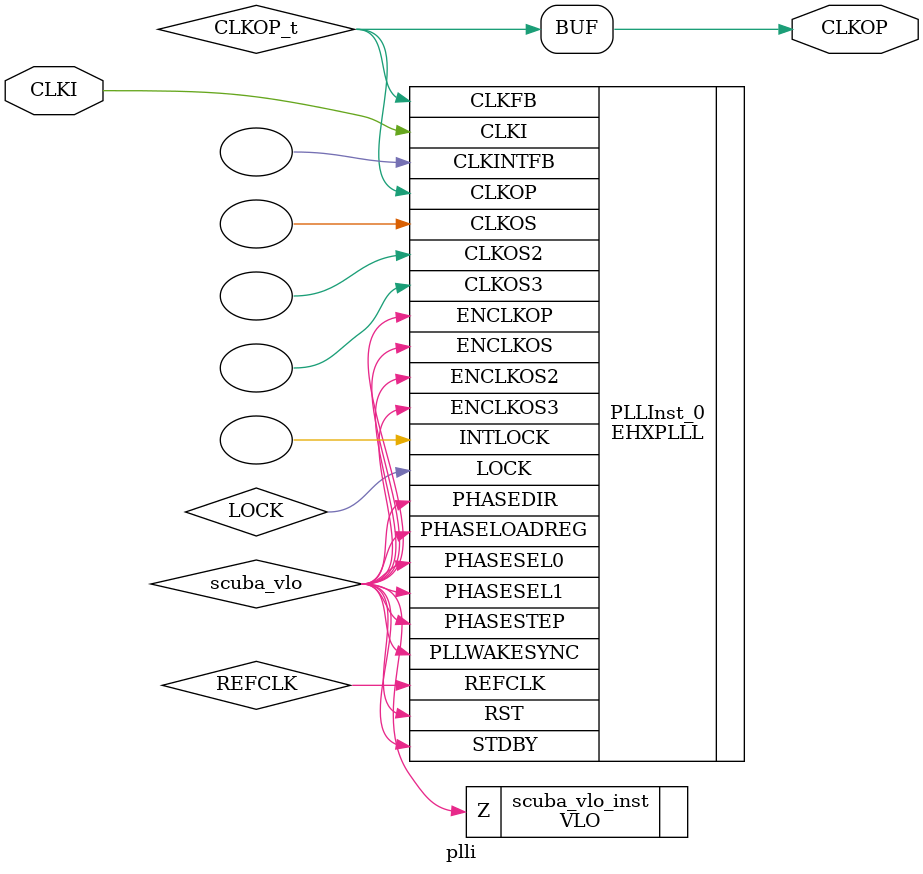
<source format=v>
/* Verilog netlist generated by SCUBA Diamond (64-bit) 3.11.0.396.4 */
/* Module Version: 5.7 */
/* /opt/lattice/diamond/ispfpga/bin/lin64/scuba -w -n pll2 -lang verilog -synth synplify -bus_exp 7 -bb -arch sa5p00 -type pll -fin 10.00 -clkibuf LVTTL33 -fclkop 400.00 -fclkop_tol 0.0 -phase_cntl STATIC -fb_mode 1 -bw HIGH -fdc /home/plato/dev/github/correlator/intensity/source/pll/pll2/pll2.fdc  */
/* Sat Jan  2 14:48:54 2021 */


`timescale 1 ns / 1 ps
module pll (clki, clko, clkop);
	
    input wire clki;
    output wire clkop;
	output wire clko;
	
	wire pll_clk;
	reg [7:0] clock_pulse = 0;
	
	plli plli_block (clki, pll_clk);
	assign clkop = pll_clk;
	assign clko = clki;
endmodule

module plli (CLKI, CLKOP)/* synthesis NGD_DRC_MASK=1 */;
    input wire CLKI;
    output wire CLKOP;

    wire REFCLK;
    wire LOCK;
    wire CLKOP_t;
    wire scuba_vhi;
    wire scuba_vlo;

    VHI scuba_vhi_inst (.Z(scuba_vhi));

    VLO scuba_vlo_inst (.Z(scuba_vlo));

    defparam PLLInst_0.PLLRST_ENA = "DISABLED" ;
    defparam PLLInst_0.INTFB_WAKE = "DISABLED" ;
    defparam PLLInst_0.STDBY_ENABLE = "DISABLED" ;
    defparam PLLInst_0.DPHASE_SOURCE = "DISABLED" ;
    defparam PLLInst_0.CLKOS3_FPHASE = 0 ;
    defparam PLLInst_0.CLKOS3_CPHASE = 0 ;
    defparam PLLInst_0.CLKOS2_FPHASE = 0 ;
    defparam PLLInst_0.CLKOS2_CPHASE = 0 ;
    defparam PLLInst_0.CLKOS_FPHASE = 0 ;
    defparam PLLInst_0.CLKOS_CPHASE = 0 ;
    defparam PLLInst_0.CLKOP_FPHASE = 0 ;
    defparam PLLInst_0.CLKOP_CPHASE = 0 ;
    defparam PLLInst_0.PLL_LOCK_MODE = 0 ;
    defparam PLLInst_0.CLKOS_TRIM_DELAY = 0 ;
    defparam PLLInst_0.CLKOS_TRIM_POL = "FALLING" ;
    defparam PLLInst_0.CLKOP_TRIM_DELAY = 0 ;
    defparam PLLInst_0.CLKOP_TRIM_POL = "FALLING" ;
    defparam PLLInst_0.OUTDIVIDER_MUXD = "DIVD" ;
    defparam PLLInst_0.CLKOS3_ENABLE = "DISABLED" ;
    defparam PLLInst_0.OUTDIVIDER_MUXC = "DIVC" ;
    defparam PLLInst_0.CLKOS2_ENABLE = "DISABLED" ;
    defparam PLLInst_0.OUTDIVIDER_MUXB = "DIVB" ;
    defparam PLLInst_0.CLKOS_ENABLE = "DISABLED" ;
    defparam PLLInst_0.OUTDIVIDER_MUXA = "DIVA" ;
    defparam PLLInst_0.CLKOP_ENABLE = "ENABLED" ;
    defparam PLLInst_0.CLKOS3_DIV = 1 ;
    defparam PLLInst_0.CLKOS2_DIV = 1 ;
    defparam PLLInst_0.CLKOS_DIV = 1 ;
    defparam PLLInst_0.CLKOP_DIV = 1 ;
    defparam PLLInst_0.CLKFB_DIV = 40 ;
    defparam PLLInst_0.CLKI_DIV = 1 ;
    defparam PLLInst_0.FEEDBK_PATH = "CLKOP" ;
    EHXPLLL PLLInst_0 (.CLKI(CLKI), .CLKFB(CLKOP_t), .PHASESEL1(scuba_vlo), 
        .PHASESEL0(scuba_vlo), .PHASEDIR(scuba_vlo), .PHASESTEP(scuba_vlo), 
        .PHASELOADREG(scuba_vlo), .STDBY(scuba_vlo), .PLLWAKESYNC(scuba_vlo), 
        .RST(scuba_vlo), .ENCLKOP(scuba_vlo), .ENCLKOS(scuba_vlo), .ENCLKOS2(scuba_vlo), 
        .ENCLKOS3(scuba_vlo), .CLKOP(CLKOP_t), .CLKOS(), .CLKOS2(), .CLKOS3(), 
        .LOCK(LOCK), .INTLOCK(), .REFCLK(REFCLK), .CLKINTFB())
             /* synthesis FREQUENCY_PIN_CLKOP="400.000000" */
             /* synthesis FREQUENCY_PIN_CLKI="10.000000" */
             /* synthesis ICP_CURRENT="16" */
             /* synthesis LPF_RESISTOR="8" */;

    assign CLKOP = CLKOP_t;


    // exemplar begin
    // exemplar attribute PLLInst_0 FREQUENCY_PIN_CLKOP 400.000000
    // exemplar attribute PLLInst_0 FREQUENCY_PIN_CLKI 10.000000
    // exemplar attribute PLLInst_0 ICP_CURRENT 16
    // exemplar attribute PLLInst_0 LPF_RESISTOR 8
    // exemplar end

endmodule

</source>
